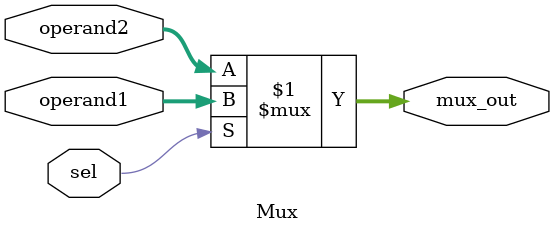
<source format=v>
module Mux (
    input sel,
    input [31:0]operand1,
    input [31:0]operand2,
    output wire [31:0]mux_out
);

assign mux_out = (sel)? operand1:operand2;
    
endmodule
</source>
